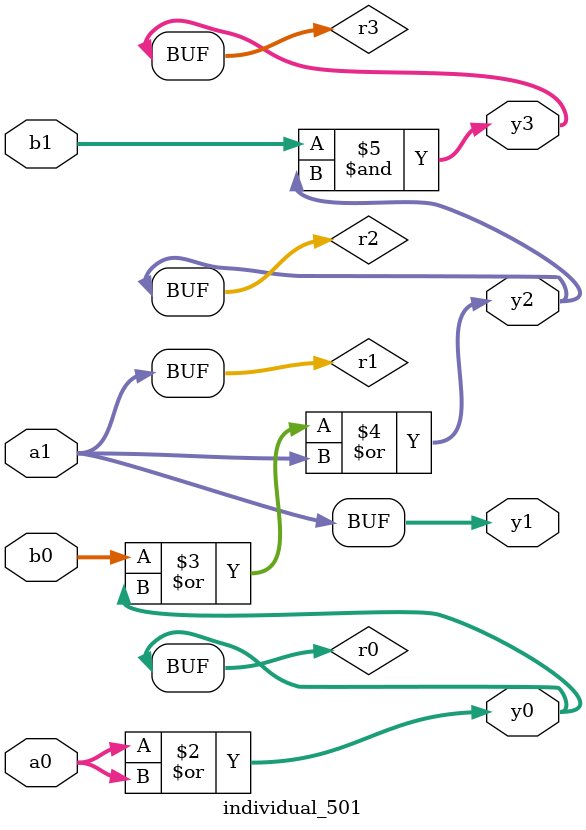
<source format=sv>
module individual_501(input logic [15:0] a1, input logic [15:0] a0, input logic [15:0] b1, input logic [15:0] b0, output logic [15:0] y3, output logic [15:0] y2, output logic [15:0] y1, output logic [15:0] y0);
logic [15:0] r0, r1, r2, r3; 
 always@(*) begin 
	 r0 = a0; r1 = a1; r2 = b0; r3 = b1; 
 	 r0  |=  a0 ;
 	 r2  |=  r0 ;
 	 r2  |=  r1 ;
 	 r3  &=  r2 ;
 	 y3 = r3; y2 = r2; y1 = r1; y0 = r0; 
end
endmodule
</source>
